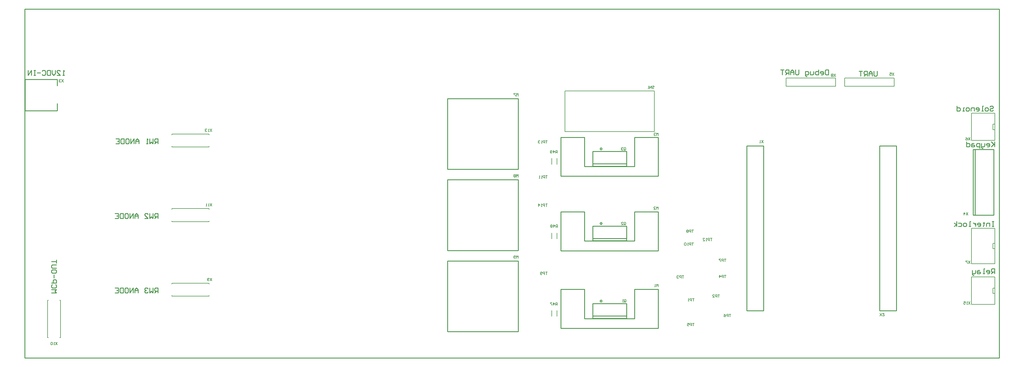
<source format=gbo>
G04 Layer_Color=32896*
%FSLAX43Y43*%
%MOMM*%
G71*
G01*
G75*
%ADD34C,0.250*%
%ADD36C,0.150*%
%ADD38C,0.200*%
%ADD42C,0.254*%
D34*
X292500Y44000D02*
Y64200D01*
X291900Y44000D02*
Y64200D01*
D36*
X298025Y33660D02*
X298600D01*
X298025D02*
Y35285D01*
X298575D01*
X291400Y39950D02*
X298600D01*
Y28975D02*
Y39950D01*
X291400Y28975D02*
X298600D01*
X291400D02*
Y39950D01*
Y67000D02*
Y75450D01*
Y67000D02*
X298600D01*
Y75450D01*
X291400D02*
X298600D01*
X298025Y71985D02*
X298575D01*
X298025Y70360D02*
Y71985D01*
Y70360D02*
X298600D01*
X291400Y16500D02*
Y24950D01*
Y16500D02*
X298600D01*
Y24950D01*
X291400D02*
X298600D01*
X298025Y21485D02*
X298575D01*
X298025Y19860D02*
Y21485D01*
Y19860D02*
X298600D01*
X206045Y18267D02*
X205512D01*
X205779D01*
Y17468D01*
X205245D02*
Y18267D01*
X204845D01*
X204712Y18134D01*
Y17868D01*
X204845Y17734D01*
X205245D01*
X204446Y17468D02*
X204179D01*
X204312D01*
Y18267D01*
X204446Y18134D01*
X184467Y64133D02*
Y64666D01*
X184600Y64800D01*
X184867D01*
X185000Y64666D01*
Y64133D01*
X184867Y64000D01*
X184600D01*
X184733Y64267D02*
X184467Y64000D01*
X184600D02*
X184467Y64133D01*
X184200Y64666D02*
X184067Y64800D01*
X183800D01*
X183667Y64666D01*
Y64533D01*
X183800Y64400D01*
X183934D01*
X183800D01*
X183667Y64267D01*
Y64133D01*
X183800Y64000D01*
X184067D01*
X184200Y64133D01*
X151878Y55691D02*
Y56491D01*
X151611Y56224D01*
X151345Y56491D01*
Y55691D01*
X151078Y56357D02*
X150945Y56491D01*
X150678D01*
X150545Y56357D01*
Y56224D01*
X150678Y56091D01*
X150545Y55958D01*
Y55824D01*
X150678Y55691D01*
X150945D01*
X151078Y55824D01*
Y55958D01*
X150945Y56091D01*
X151078Y56224D01*
Y56357D01*
X150945Y56091D02*
X150678D01*
X151878Y80685D02*
Y81484D01*
X151611Y81218D01*
X151345Y81484D01*
Y80685D01*
X151078Y81484D02*
X150545D01*
Y81351D01*
X151078Y80818D01*
Y80685D01*
X57543Y70547D02*
X57010Y69748D01*
Y70547D02*
X57543Y69748D01*
X56744D02*
X56477D01*
X56610D01*
Y70547D01*
X56744Y70414D01*
X56077D02*
X55944Y70547D01*
X55677D01*
X55544Y70414D01*
Y70281D01*
X55677Y70147D01*
X55811D01*
X55677D01*
X55544Y70014D01*
Y69881D01*
X55677Y69748D01*
X55944D01*
X56077Y69881D01*
X10000Y4800D02*
X9467Y4000D01*
Y4800D02*
X10000Y4000D01*
X9200D02*
X8934D01*
X9067D01*
Y4800D01*
X9200Y4666D01*
X8534D02*
X8401Y4800D01*
X8134D01*
X8001Y4666D01*
Y4133D01*
X8134Y4000D01*
X8401D01*
X8534Y4133D01*
Y4666D01*
X249600Y87500D02*
X249067Y86700D01*
Y87500D02*
X249600Y86700D01*
X248800Y87366D02*
X248667Y87500D01*
X248400D01*
X248267Y87366D01*
Y87233D01*
X248400Y87100D01*
X248267Y86967D01*
Y86833D01*
X248400Y86700D01*
X248667D01*
X248800Y86833D01*
Y86967D01*
X248667Y87100D01*
X248800Y87233D01*
Y87366D01*
X248667Y87100D02*
X248400D01*
X263254Y12894D02*
X263787Y13694D01*
Y12894D02*
X263254Y13694D01*
X264586D02*
X264053D01*
X264586Y13161D01*
Y13027D01*
X264453Y12894D01*
X264187D01*
X264053Y13027D01*
X291000Y29900D02*
X290467Y29100D01*
Y29900D02*
X291000Y29100D01*
X290200Y29900D02*
X289667D01*
Y29766D01*
X290200Y29233D01*
Y29100D01*
X291000Y67900D02*
X290467Y67100D01*
Y67900D02*
X291000Y67100D01*
X289667Y67900D02*
X289934Y67766D01*
X290200Y67500D01*
Y67233D01*
X290067Y67100D01*
X289800D01*
X289667Y67233D01*
Y67367D01*
X289800Y67500D01*
X290200D01*
X194969Y21872D02*
Y22672D01*
X194702Y22406D01*
X194435Y22672D01*
Y21872D01*
X194169D02*
X193902D01*
X194036D01*
Y22672D01*
X194169Y22539D01*
X11900Y85800D02*
X11367Y85000D01*
Y85800D02*
X11900Y85000D01*
X11100Y85666D02*
X10967Y85800D01*
X10700D01*
X10567Y85666D01*
Y85533D01*
X10700Y85400D01*
X10834D01*
X10700D01*
X10567Y85267D01*
Y85133D01*
X10700Y85000D01*
X10967D01*
X11100Y85133D01*
X290300Y44800D02*
X289767Y44000D01*
Y44800D02*
X290300Y44000D01*
X289100D02*
Y44800D01*
X289500Y44400D01*
X288967D01*
X291000Y17300D02*
X290467Y16500D01*
Y17300D02*
X291000Y16500D01*
X290200D02*
X289934D01*
X290067D01*
Y17300D01*
X290200Y17166D01*
X289001Y17300D02*
X289534D01*
Y16900D01*
X289267Y17033D01*
X289134D01*
X289001Y16900D01*
Y16633D01*
X289134Y16500D01*
X289401D01*
X289534Y16633D01*
X160848Y47465D02*
X160315D01*
X160581D01*
Y46665D01*
X160048D02*
Y47465D01*
X159648D01*
X159515Y47332D01*
Y47065D01*
X159648Y46932D01*
X160048D01*
X159248Y46665D02*
X158982D01*
X159115D01*
Y47465D01*
X159248Y47332D01*
X158182Y46665D02*
Y47465D01*
X158582Y47065D01*
X158049D01*
X160861Y66965D02*
X160328D01*
X160595D01*
Y66165D01*
X160062D02*
Y66965D01*
X159662D01*
X159528Y66832D01*
Y66565D01*
X159662Y66432D01*
X160062D01*
X159262Y66165D02*
X158995D01*
X159129D01*
Y66965D01*
X159262Y66832D01*
X158595D02*
X158462Y66965D01*
X158196D01*
X158062Y66832D01*
Y66699D01*
X158196Y66565D01*
X158329D01*
X158196D01*
X158062Y66432D01*
Y66299D01*
X158196Y66165D01*
X158462D01*
X158595Y66299D01*
X211549Y36865D02*
X211016D01*
X211283D01*
Y36065D01*
X210750D02*
Y36865D01*
X210350D01*
X210216Y36732D01*
Y36465D01*
X210350Y36332D01*
X210750D01*
X209950Y36065D02*
X209683D01*
X209817D01*
Y36865D01*
X209950Y36732D01*
X208750Y36065D02*
X209283D01*
X208750Y36598D01*
Y36732D01*
X208884Y36865D01*
X209150D01*
X209283Y36732D01*
X160861Y56165D02*
X160328D01*
X160595D01*
Y55365D01*
X160061D02*
Y56165D01*
X159662D01*
X159528Y56032D01*
Y55765D01*
X159662Y55632D01*
X160061D01*
X159262Y55365D02*
X158995D01*
X159128D01*
Y56165D01*
X159262Y56032D01*
X158595Y55365D02*
X158329D01*
X158462D01*
Y56165D01*
X158595Y56032D01*
X205857Y35465D02*
X205324D01*
X205591D01*
Y34665D01*
X205057D02*
Y35465D01*
X204658D01*
X204524Y35332D01*
Y35065D01*
X204658Y34932D01*
X205057D01*
X204258Y34665D02*
X203991D01*
X204124D01*
Y35465D01*
X204258Y35332D01*
X203591D02*
X203458Y35465D01*
X203191D01*
X203058Y35332D01*
Y34799D01*
X203191Y34665D01*
X203458D01*
X203591Y34799D01*
Y35332D01*
X160845Y26465D02*
X160312D01*
X160579D01*
Y25665D01*
X160045D02*
Y26465D01*
X159645D01*
X159512Y26332D01*
Y26065D01*
X159645Y25932D01*
X160045D01*
X159246Y25799D02*
X159112Y25665D01*
X158846D01*
X158712Y25799D01*
Y26332D01*
X158846Y26465D01*
X159112D01*
X159246Y26332D01*
Y26198D01*
X159112Y26065D01*
X158712D01*
X205854Y39465D02*
X205321D01*
X205587D01*
Y38665D01*
X205054D02*
Y39465D01*
X204654D01*
X204521Y39332D01*
Y39065D01*
X204654Y38932D01*
X205054D01*
X204254Y39332D02*
X204121Y39465D01*
X203855D01*
X203721Y39332D01*
Y39199D01*
X203855Y39065D01*
X203721Y38932D01*
Y38799D01*
X203855Y38665D01*
X204121D01*
X204254Y38799D01*
Y38932D01*
X204121Y39065D01*
X204254Y39199D01*
Y39332D01*
X204121Y39065D02*
X203855D01*
X215848Y30467D02*
X215315D01*
X215581D01*
Y29668D01*
X215048D02*
Y30467D01*
X214648D01*
X214515Y30334D01*
Y30068D01*
X214648Y29934D01*
X215048D01*
X214248Y30467D02*
X213715D01*
Y30334D01*
X214248Y29801D01*
Y29668D01*
X217355Y13467D02*
X216822D01*
X217089D01*
Y12668D01*
X216555D02*
Y13467D01*
X216156D01*
X216022Y13334D01*
Y13068D01*
X216156Y12934D01*
X216555D01*
X215223Y13467D02*
X215489Y13334D01*
X215756Y13068D01*
Y12801D01*
X215622Y12668D01*
X215356D01*
X215223Y12801D01*
Y12934D01*
X215356Y13068D01*
X215756D01*
X206064Y10667D02*
X205531D01*
X205797D01*
Y9868D01*
X205264D02*
Y10667D01*
X204864D01*
X204731Y10534D01*
Y10268D01*
X204864Y10134D01*
X205264D01*
X203931Y10667D02*
X204464D01*
Y10268D01*
X204198Y10401D01*
X204065D01*
X203931Y10268D01*
Y10001D01*
X204065Y9868D01*
X204331D01*
X204464Y10001D01*
X215847Y25467D02*
X215314D01*
X215581D01*
Y24668D01*
X215048D02*
Y25467D01*
X214648D01*
X214514Y25334D01*
Y25068D01*
X214648Y24934D01*
X215048D01*
X213848Y24668D02*
Y25467D01*
X214248Y25068D01*
X213715D01*
X202855Y25367D02*
X202321D01*
X202588D01*
Y24568D01*
X202055D02*
Y25367D01*
X201655D01*
X201522Y25234D01*
Y24968D01*
X201655Y24834D01*
X202055D01*
X201255Y25234D02*
X201122Y25367D01*
X200855D01*
X200722Y25234D01*
Y25101D01*
X200855Y24968D01*
X200988D01*
X200855D01*
X200722Y24834D01*
Y24701D01*
X200855Y24568D01*
X201122D01*
X201255Y24701D01*
X213863Y19467D02*
X213330D01*
X213597D01*
Y18668D01*
X213064D02*
Y19467D01*
X212664D01*
X212530Y19334D01*
Y19068D01*
X212664Y18934D01*
X213064D01*
X211731Y18668D02*
X212264D01*
X211731Y19201D01*
Y19334D01*
X211864Y19467D01*
X212131D01*
X212264Y19334D01*
X193178Y83679D02*
X193312Y83812D01*
X193578D01*
X193712Y83679D01*
Y83545D01*
X193578Y83412D01*
X193312D01*
X193178Y83279D01*
Y83145D01*
X193312Y83012D01*
X193578D01*
X193712Y83145D01*
X192912Y83012D02*
Y83812D01*
X192379Y83012D01*
Y83812D01*
X192112Y83012D02*
X191846D01*
X191979D01*
Y83812D01*
X192112Y83679D01*
X151878Y30697D02*
Y31497D01*
X151611Y31231D01*
X151345Y31497D01*
Y30697D01*
X151078Y30831D02*
X150945Y30697D01*
X150678D01*
X150545Y30831D01*
Y31364D01*
X150678Y31497D01*
X150945D01*
X151078Y31364D01*
Y31231D01*
X150945Y31097D01*
X150545D01*
X195000Y68500D02*
Y69300D01*
X194733Y69033D01*
X194467Y69300D01*
Y68500D01*
X194200Y69166D02*
X194067Y69300D01*
X193800D01*
X193667Y69166D01*
Y69033D01*
X193800Y68900D01*
X193934D01*
X193800D01*
X193667Y68767D01*
Y68633D01*
X193800Y68500D01*
X194067D01*
X194200Y68633D01*
X194969Y45777D02*
Y46576D01*
X194702Y46310D01*
X194435Y46576D01*
Y45777D01*
X193636D02*
X194169D01*
X193636Y46310D01*
Y46443D01*
X193769Y46576D01*
X194036D01*
X194169Y46443D01*
X184567Y17333D02*
Y17866D01*
X184700Y18000D01*
X184967D01*
X185100Y17866D01*
Y17333D01*
X184967Y17200D01*
X184700D01*
X184833Y17467D02*
X184567Y17200D01*
X184700D02*
X184567Y17333D01*
X184300Y17200D02*
X184034D01*
X184167D01*
Y18000D01*
X184300Y17866D01*
X184467Y41133D02*
Y41666D01*
X184600Y41800D01*
X184867D01*
X185000Y41666D01*
Y41133D01*
X184867Y41000D01*
X184600D01*
X184733Y41267D02*
X184467Y41000D01*
X184600D02*
X184467Y41133D01*
X183667Y41000D02*
X184200D01*
X183667Y41533D01*
Y41666D01*
X183800Y41800D01*
X184067D01*
X184200Y41666D01*
X163900Y16200D02*
Y17000D01*
X163500D01*
X163367Y16866D01*
Y16600D01*
X163500Y16467D01*
X163900D01*
X163633D02*
X163367Y16200D01*
X162700D02*
Y17000D01*
X163100Y16600D01*
X162567D01*
X162301Y17000D02*
X161767D01*
Y16866D01*
X162301Y16333D01*
Y16200D01*
X164000Y40200D02*
Y41000D01*
X163600D01*
X163467Y40866D01*
Y40600D01*
X163600Y40467D01*
X164000D01*
X163733D02*
X163467Y40200D01*
X162800D02*
Y41000D01*
X163200Y40600D01*
X162667D01*
X162401Y40866D02*
X162267Y41000D01*
X162001D01*
X161867Y40866D01*
Y40733D01*
X162001Y40600D01*
X161867Y40467D01*
Y40333D01*
X162001Y40200D01*
X162267D01*
X162401Y40333D01*
Y40467D01*
X162267Y40600D01*
X162401Y40733D01*
Y40866D01*
X162267Y40600D02*
X162001D01*
X163900Y63100D02*
Y63900D01*
X163500D01*
X163367Y63766D01*
Y63500D01*
X163500Y63367D01*
X163900D01*
X163633D02*
X163367Y63100D01*
X162700D02*
Y63900D01*
X163100Y63500D01*
X162567D01*
X162301Y63233D02*
X162167Y63100D01*
X161901D01*
X161767Y63233D01*
Y63766D01*
X161901Y63900D01*
X162167D01*
X162301Y63766D01*
Y63633D01*
X162167Y63500D01*
X161767D01*
X267575Y87838D02*
X267042Y87038D01*
Y87838D02*
X267575Y87038D01*
X266242Y87838D02*
X266775D01*
Y87438D01*
X266509Y87572D01*
X266375D01*
X266242Y87438D01*
Y87172D01*
X266375Y87038D01*
X266642D01*
X266775Y87172D01*
X227307Y67046D02*
X226773Y66246D01*
Y67046D02*
X227307Y66246D01*
X226507D02*
X226240D01*
X226373D01*
Y67046D01*
X226507Y66913D01*
X57543Y24564D02*
X57010Y23764D01*
Y24564D02*
X57543Y23764D01*
X56744Y23897D02*
X56610Y23764D01*
X56344D01*
X56210Y23897D01*
Y24431D01*
X56344Y24564D01*
X56610D01*
X56744Y24431D01*
Y24297D01*
X56610Y24164D01*
X56210D01*
X57543Y47551D02*
X57010Y46751D01*
Y47551D02*
X57543Y46751D01*
X56744D02*
X56477D01*
X56610D01*
Y47551D01*
X56744Y47418D01*
X56077Y46751D02*
X55811D01*
X55944D01*
Y47551D01*
X56077Y47418D01*
D38*
X45250Y65000D02*
X56750D01*
Y65250D01*
X45250Y65000D02*
Y65250D01*
X56750Y68750D02*
Y69000D01*
X45250Y68750D02*
Y69000D01*
X56750D01*
X11000Y6250D02*
Y17750D01*
X10750D02*
X11000D01*
X10750Y6250D02*
X11000D01*
X7000Y17750D02*
X7250D01*
X7000Y6250D02*
X7250D01*
X7000D02*
Y17750D01*
X234380Y86270D02*
X249620D01*
X234380Y83730D02*
Y86270D01*
Y83730D02*
X249620D01*
Y86270D01*
X166250Y69750D02*
X193750D01*
X166250Y82250D02*
X193750D01*
X166250Y69750D02*
Y82250D01*
X193750Y69750D02*
Y82250D01*
X163800Y12800D02*
Y14600D01*
X162200Y12800D02*
Y14600D01*
X163800Y36700D02*
Y38500D01*
X162200Y36700D02*
Y38500D01*
Y59700D02*
Y61500D01*
X163800Y59700D02*
Y61500D01*
X267620Y83730D02*
Y86270D01*
X252380Y83730D02*
X267620D01*
X252380D02*
Y86270D01*
X267620D01*
X45250Y19000D02*
X56750D01*
Y19250D01*
X45250Y19000D02*
Y19250D01*
X56750Y22750D02*
Y23000D01*
X45250Y22750D02*
Y23000D01*
X56750D01*
X45250Y42000D02*
X56750D01*
Y42250D01*
X45250Y42000D02*
Y42250D01*
X56750Y45750D02*
Y46000D01*
X45250Y45750D02*
Y46000D01*
X56750D01*
D42*
X177700Y64400D02*
G03*
X177700Y64400I-300J0D01*
G01*
Y17500D02*
G03*
X177700Y17500I-300J0D01*
G01*
Y41400D02*
G03*
X177700Y41400I-300J0D01*
G01*
X174800Y59100D02*
X185200D01*
Y63600D01*
X174800D02*
X185200D01*
X174800Y59100D02*
Y63600D01*
Y59800D02*
X185200D01*
X130100Y33100D02*
X151900D01*
Y54900D01*
X130100D02*
X151900D01*
X130100Y33100D02*
Y54900D01*
Y58100D02*
Y79900D01*
X151900D01*
Y58100D02*
Y79900D01*
X130100Y58100D02*
X151900D01*
X263130Y65370D02*
X268330D01*
Y14570D02*
Y65370D01*
X263130Y14570D02*
X268330D01*
X263130D02*
Y65370D01*
X165000Y9100D02*
Y21100D01*
X172300D01*
Y12100D02*
Y21100D01*
Y12100D02*
X187700D01*
Y21100D01*
X195000D01*
Y9100D02*
Y21100D01*
X165000Y9100D02*
X195000D01*
X10000Y76175D02*
Y78375D01*
Y83875D02*
Y85825D01*
X100D02*
X10000D01*
X100Y76175D02*
Y85825D01*
Y76175D02*
X10000D01*
X291900Y64200D02*
X298250D01*
X291900Y44000D02*
X298250D01*
Y64200D01*
X130100Y8100D02*
Y29900D01*
X151900D01*
Y8100D02*
Y29900D01*
X130100Y8100D02*
X151900D01*
X165000Y56000D02*
Y68000D01*
X172300D01*
Y59000D02*
Y68000D01*
Y59000D02*
X187700D01*
Y68000D01*
X195000D01*
Y56000D02*
Y68000D01*
X165000Y56000D02*
X195000D01*
X165000Y33000D02*
X195000D01*
Y45000D01*
X187700D02*
X195000D01*
X187700Y36000D02*
Y45000D01*
X172300Y36000D02*
X187700D01*
X172300D02*
Y45000D01*
X165000D02*
X172300D01*
X165000Y33000D02*
Y45000D01*
X174800Y12200D02*
X185200D01*
Y16700D01*
X174800D02*
X185200D01*
X174800Y12200D02*
Y16700D01*
Y12900D02*
X185200D01*
X174800Y36800D02*
X185200D01*
X174800Y36100D02*
Y40600D01*
X185200D01*
Y36100D02*
Y40600D01*
X174800Y36100D02*
X185200D01*
X222230Y14570D02*
X227430D01*
X222230D02*
Y65370D01*
X227430D01*
Y14570D02*
Y65370D01*
X298500Y66624D02*
Y65100D01*
Y65608D01*
X297484Y66624D01*
X298246Y65862D01*
X297484Y65100D01*
X296215D02*
X296723D01*
X296977Y65354D01*
Y65862D01*
X296723Y66116D01*
X296215D01*
X295961Y65862D01*
Y65608D01*
X296977D01*
X295453Y66116D02*
Y65354D01*
X295199Y65100D01*
X294437D01*
Y64846D01*
X294691Y64592D01*
X294945D01*
X294437Y65100D02*
Y66116D01*
X293929Y64592D02*
Y66116D01*
X293168D01*
X292914Y65862D01*
Y65354D01*
X293168Y65100D01*
X293929D01*
X292152Y66116D02*
X291644D01*
X291390Y65862D01*
Y65100D01*
X292152D01*
X292406Y65354D01*
X292152Y65608D01*
X291390D01*
X289867Y66624D02*
Y65100D01*
X290629D01*
X290882Y65354D01*
Y65862D01*
X290629Y66116D01*
X289867D01*
X297084Y77370D02*
X297338Y77624D01*
X297846D01*
X298100Y77370D01*
Y77116D01*
X297846Y76862D01*
X297338D01*
X297084Y76608D01*
Y76354D01*
X297338Y76100D01*
X297846D01*
X298100Y76354D01*
X296323Y76100D02*
X295815D01*
X295561Y76354D01*
Y76862D01*
X295815Y77116D01*
X296323D01*
X296576Y76862D01*
Y76354D01*
X296323Y76100D01*
X295053D02*
X294545D01*
X294799D01*
Y77624D01*
X295053D01*
X293022Y76100D02*
X293529D01*
X293783Y76354D01*
Y76862D01*
X293529Y77116D01*
X293022D01*
X292768Y76862D01*
Y76608D01*
X293783D01*
X292260Y76100D02*
Y77116D01*
X291498D01*
X291244Y76862D01*
Y76100D01*
X290482D02*
X289975D01*
X289721Y76354D01*
Y76862D01*
X289975Y77116D01*
X290482D01*
X290736Y76862D01*
Y76354D01*
X290482Y76100D01*
X289213D02*
X288705D01*
X288959D01*
Y77116D01*
X289213D01*
X286928Y77624D02*
Y76100D01*
X287689D01*
X287943Y76354D01*
Y76862D01*
X287689Y77116D01*
X286928D01*
X298300Y42024D02*
X297792D01*
X298046D01*
Y40500D01*
X298300D01*
X297792D01*
X297030D02*
Y41516D01*
X296269D01*
X296015Y41262D01*
Y40500D01*
X295253Y41770D02*
Y41516D01*
X295507D01*
X294999D01*
X295253D01*
Y40754D01*
X294999Y40500D01*
X293476D02*
X293983D01*
X294237Y40754D01*
Y41262D01*
X293983Y41516D01*
X293476D01*
X293222Y41262D01*
Y41008D01*
X294237D01*
X292714Y41516D02*
Y40500D01*
Y41008D01*
X292460Y41262D01*
X292206Y41516D01*
X291952D01*
X291190Y40500D02*
X290682D01*
X290936D01*
Y42024D01*
X291190D01*
X289667Y40500D02*
X289159D01*
X288905Y40754D01*
Y41262D01*
X289159Y41516D01*
X289667D01*
X289921Y41262D01*
Y40754D01*
X289667Y40500D01*
X287382Y41516D02*
X288143D01*
X288397Y41262D01*
Y40754D01*
X288143Y40500D01*
X287382D01*
X286874D02*
Y42024D01*
Y41008D02*
X286112Y41516D01*
X286874Y41008D02*
X286112Y40500D01*
X298500Y26000D02*
Y27524D01*
X297738D01*
X297484Y27270D01*
Y26762D01*
X297738Y26508D01*
X298500D01*
X297992D02*
X297484Y26000D01*
X296215D02*
X296723D01*
X296977Y26254D01*
Y26762D01*
X296723Y27016D01*
X296215D01*
X295961Y26762D01*
Y26508D01*
X296977D01*
X295453Y26000D02*
X294945D01*
X295199D01*
Y27524D01*
X295453D01*
X293929Y27016D02*
X293422D01*
X293168Y26762D01*
Y26000D01*
X293929D01*
X294183Y26254D01*
X293929Y26508D01*
X293168D01*
X292660Y27016D02*
Y26254D01*
X292406Y26000D01*
X291644D01*
Y25746D01*
X291898Y25492D01*
X292152D01*
X291644Y26000D02*
Y27016D01*
X41000Y66000D02*
Y67524D01*
X40238D01*
X39984Y67270D01*
Y66762D01*
X40238Y66508D01*
X41000D01*
X40492D02*
X39984Y66000D01*
X39476Y67524D02*
Y66000D01*
X38969Y66508D01*
X38461Y66000D01*
Y67524D01*
X37953Y66000D02*
X37445D01*
X37699D01*
Y67524D01*
X37953Y67270D01*
X35160Y66000D02*
Y67016D01*
X34652Y67524D01*
X34144Y67016D01*
Y66000D01*
Y66762D01*
X35160D01*
X33636Y66000D02*
Y67524D01*
X32621Y66000D01*
Y67524D01*
X31351D02*
X31859D01*
X32113Y67270D01*
Y66254D01*
X31859Y66000D01*
X31351D01*
X31097Y66254D01*
Y67270D01*
X31351Y67524D01*
X30589D02*
Y66000D01*
X29828D01*
X29574Y66254D01*
Y67270D01*
X29828Y67524D01*
X30589D01*
X28050D02*
X29066D01*
Y66000D01*
X28050D01*
X29066Y66762D02*
X28558D01*
X41000Y43000D02*
Y44524D01*
X40238D01*
X39984Y44270D01*
Y43762D01*
X40238Y43508D01*
X41000D01*
X40492D02*
X39984Y43000D01*
X39476Y44524D02*
Y43000D01*
X38969Y43508D01*
X38461Y43000D01*
Y44524D01*
X36937Y43000D02*
X37953D01*
X36937Y44016D01*
Y44270D01*
X37191Y44524D01*
X37699D01*
X37953Y44270D01*
X34906Y43000D02*
Y44016D01*
X34398Y44524D01*
X33890Y44016D01*
Y43000D01*
Y43762D01*
X34906D01*
X33382Y43000D02*
Y44524D01*
X32367Y43000D01*
Y44524D01*
X31097D02*
X31605D01*
X31859Y44270D01*
Y43254D01*
X31605Y43000D01*
X31097D01*
X30843Y43254D01*
Y44270D01*
X31097Y44524D01*
X30335D02*
Y43000D01*
X29574D01*
X29320Y43254D01*
Y44270D01*
X29574Y44524D01*
X30335D01*
X27796D02*
X28812D01*
Y43000D01*
X27796D01*
X28812Y43762D02*
X28304D01*
X41000Y20000D02*
Y21524D01*
X40238D01*
X39984Y21270D01*
Y20762D01*
X40238Y20508D01*
X41000D01*
X40492D02*
X39984Y20000D01*
X39476Y21524D02*
Y20000D01*
X38969Y20508D01*
X38461Y20000D01*
Y21524D01*
X37953Y21270D02*
X37699Y21524D01*
X37191D01*
X36937Y21270D01*
Y21016D01*
X37191Y20762D01*
X37445D01*
X37191D01*
X36937Y20508D01*
Y20254D01*
X37191Y20000D01*
X37699D01*
X37953Y20254D01*
X34906Y20000D02*
Y21016D01*
X34398Y21524D01*
X33890Y21016D01*
Y20000D01*
Y20762D01*
X34906D01*
X33382Y20000D02*
Y21524D01*
X32367Y20000D01*
Y21524D01*
X31097D02*
X31605D01*
X31859Y21270D01*
Y20254D01*
X31605Y20000D01*
X31097D01*
X30843Y20254D01*
Y21270D01*
X31097Y21524D01*
X30335D02*
Y20000D01*
X29574D01*
X29320Y20254D01*
Y21270D01*
X29574Y21524D01*
X30335D01*
X27796D02*
X28812D01*
Y20000D01*
X27796D01*
X28812Y20762D02*
X28304D01*
X8200Y20000D02*
X9724D01*
X9216Y20508D01*
X9724Y21016D01*
X8200D01*
X9470Y22539D02*
X9724Y22285D01*
Y21777D01*
X9470Y21524D01*
X8454D01*
X8200Y21777D01*
Y22285D01*
X8454Y22539D01*
X8200Y23047D02*
X9724D01*
Y23809D01*
X9470Y24063D01*
X8962D01*
X8708Y23809D01*
Y23047D01*
X8962Y24571D02*
Y25586D01*
X9724Y26856D02*
Y26348D01*
X9470Y26094D01*
X8454D01*
X8200Y26348D01*
Y26856D01*
X8454Y27110D01*
X9470D01*
X9724Y26856D01*
Y27618D02*
X8454D01*
X8200Y27871D01*
Y28379D01*
X8454Y28633D01*
X9724D01*
Y29141D02*
Y30157D01*
Y29649D01*
X8200D01*
X12200Y87100D02*
X11692D01*
X11946D01*
Y88624D01*
X12200Y88370D01*
X9915Y87100D02*
X10930D01*
X9915Y88116D01*
Y88370D01*
X10169Y88624D01*
X10676D01*
X10930Y88370D01*
X9407Y88624D02*
Y87608D01*
X8899Y87100D01*
X8391Y87608D01*
Y88624D01*
X7883D02*
Y87100D01*
X7122D01*
X6868Y87354D01*
Y88370D01*
X7122Y88624D01*
X7883D01*
X5344Y88370D02*
X5598Y88624D01*
X6106D01*
X6360Y88370D01*
Y87354D01*
X6106Y87100D01*
X5598D01*
X5344Y87354D01*
X4836Y87862D02*
X3821D01*
X3313Y88624D02*
X2805D01*
X3059D01*
Y87100D01*
X3313D01*
X2805D01*
X2043D02*
Y88624D01*
X1028Y87100D01*
Y88624D01*
X247400Y88824D02*
Y87300D01*
X246638D01*
X246384Y87554D01*
Y88570D01*
X246638Y88824D01*
X247400D01*
X245115Y87300D02*
X245623D01*
X245876Y87554D01*
Y88062D01*
X245623Y88316D01*
X245115D01*
X244861Y88062D01*
Y87808D01*
X245876D01*
X244353Y88824D02*
Y87300D01*
X243591D01*
X243337Y87554D01*
Y87808D01*
Y88062D01*
X243591Y88316D01*
X244353D01*
X242829D02*
Y87554D01*
X242576Y87300D01*
X241814D01*
Y88316D01*
X240798Y86792D02*
X240544D01*
X240290Y87046D01*
Y88316D01*
X241052D01*
X241306Y88062D01*
Y87554D01*
X241052Y87300D01*
X240290D01*
X238259Y88824D02*
Y87554D01*
X238005Y87300D01*
X237497D01*
X237243Y87554D01*
Y88824D01*
X236735Y87300D02*
Y88316D01*
X236228Y88824D01*
X235720Y88316D01*
Y87300D01*
Y88062D01*
X236735D01*
X235212Y87300D02*
Y88824D01*
X234450D01*
X234196Y88570D01*
Y88062D01*
X234450Y87808D01*
X235212D01*
X234704D02*
X234196Y87300D01*
X233688Y88824D02*
X232673D01*
X233181D01*
Y87300D01*
X262400Y88324D02*
Y87054D01*
X262146Y86800D01*
X261638D01*
X261384Y87054D01*
Y88324D01*
X260876Y86800D02*
Y87816D01*
X260369Y88324D01*
X259861Y87816D01*
Y86800D01*
Y87562D01*
X260876D01*
X259353Y86800D02*
Y88324D01*
X258591D01*
X258337Y88070D01*
Y87562D01*
X258591Y87308D01*
X259353D01*
X258845D02*
X258337Y86800D01*
X257829Y88324D02*
X256814D01*
X257322D01*
Y86800D01*
X0Y0D02*
Y107500D01*
X300000D01*
Y0D02*
Y107500D01*
X0Y0D02*
X300000D01*
M02*

</source>
